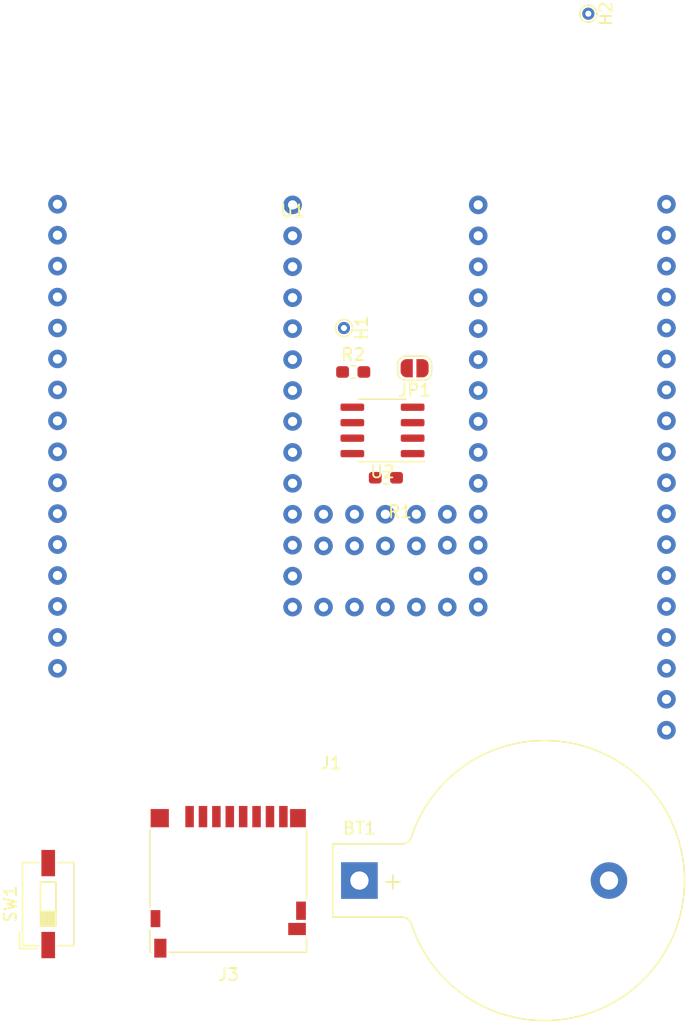
<source format=kicad_pcb>
(kicad_pcb (version 20171130) (host pcbnew "(5.1.4)-1")

  (general
    (thickness 1.6)
    (drawings 0)
    (tracks 0)
    (zones 0)
    (modules 11)
    (nets 48)
  )

  (page A4)
  (layers
    (0 F.Cu signal)
    (31 B.Cu signal)
    (32 B.Adhes user)
    (33 F.Adhes user)
    (34 B.Paste user)
    (35 F.Paste user)
    (36 B.SilkS user)
    (37 F.SilkS user)
    (38 B.Mask user)
    (39 F.Mask user)
    (40 Dwgs.User user)
    (41 Cmts.User user)
    (42 Eco1.User user)
    (43 Eco2.User user)
    (44 Edge.Cuts user)
    (45 Margin user)
    (46 B.CrtYd user)
    (47 F.CrtYd user hide)
    (48 B.Fab user)
    (49 F.Fab user hide)
  )

  (setup
    (last_trace_width 0.25)
    (trace_clearance 0.2)
    (zone_clearance 0.508)
    (zone_45_only no)
    (trace_min 0.2)
    (via_size 0.8)
    (via_drill 0.4)
    (via_min_size 0.4)
    (via_min_drill 0.3)
    (uvia_size 0.3)
    (uvia_drill 0.1)
    (uvias_allowed no)
    (uvia_min_size 0.2)
    (uvia_min_drill 0.1)
    (edge_width 0.1)
    (segment_width 0.2)
    (pcb_text_width 0.3)
    (pcb_text_size 1.5 1.5)
    (mod_edge_width 0.15)
    (mod_text_size 1 1)
    (mod_text_width 0.15)
    (pad_size 1.524 1.524)
    (pad_drill 0.762)
    (pad_to_mask_clearance 0)
    (aux_axis_origin 0 0)
    (visible_elements 7FFFFFFF)
    (pcbplotparams
      (layerselection 0x010fc_ffffffff)
      (usegerberextensions false)
      (usegerberattributes false)
      (usegerberadvancedattributes false)
      (creategerberjobfile false)
      (excludeedgelayer true)
      (linewidth 0.100000)
      (plotframeref false)
      (viasonmask false)
      (mode 1)
      (useauxorigin false)
      (hpglpennumber 1)
      (hpglpenspeed 20)
      (hpglpendiameter 15.000000)
      (psnegative false)
      (psa4output false)
      (plotreference true)
      (plotvalue true)
      (plotinvisibletext false)
      (padsonsilk false)
      (subtractmaskfromsilk false)
      (outputformat 1)
      (mirror false)
      (drillshape 1)
      (scaleselection 1)
      (outputdirectory ""))
  )

  (net 0 "")
  (net 1 Ground)
  (net 2 "Net-(R1-Pad2)")
  (net 3 "Net-(H1-Pad1)")
  (net 4 "Net-(JP1-Pad1)")
  (net 5 "Net-(H2-Pad1)")
  (net 6 VBAT)
  (net 7 GND_BATT)
  (net 8 3.3V)
  (net 9 ON_OFF)
  (net 10 23_CRX1)
  (net 11 Vinn_5V)
  (net 12 22_CTX1)
  (net 13 33_MCLK2)
  (net 14 32_OUT1B)
  (net 15 31_CTX3)
  (net 16 30_CRX3)
  (net 17 29_TX7)
  (net 18 28_RX7)
  (net 19 27_A13)
  (net 20 26_A12)
  (net 21 25_A11)
  (net 22 24_A10)
  (net 23 PROGRAMM)
  (net 24 3V3)
  (net 25 "13(LED)")
  (net 26 12_MISO)
  (net 27 14_A0)
  (net 28 11_MOSI)
  (net 29 15_A1)
  (net 30 10_CS)
  (net 31 16_A2)
  (net 32 9_OUT1C)
  (net 33 17_A3)
  (net 34 8_IN1)
  (net 35 18_A4)
  (net 36 7_RX2_OUT1A)
  (net 37 19_A5)
  (net 38 6_OUT1D)
  (net 39 20_A6)
  (net 40 5_IN2)
  (net 41 21_A7)
  (net 42 4_BCLK2)
  (net 43 3_LRCLK2)
  (net 44 2_OUT2)
  (net 45 1_TX1)
  (net 46 0_RX1)
  (net 47 GND_1)

  (net_class Default "This is the default net class."
    (clearance 0.2)
    (trace_width 0.25)
    (via_dia 0.8)
    (via_drill 0.4)
    (uvia_dia 0.3)
    (uvia_drill 0.1)
    (add_net 0_RX1)
    (add_net 10_CS)
    (add_net 11_MOSI)
    (add_net 12_MISO)
    (add_net "13(LED)")
    (add_net 14_A0)
    (add_net 15_A1)
    (add_net 16_A2)
    (add_net 17_A3)
    (add_net 18_A4)
    (add_net 19_A5)
    (add_net 1_TX1)
    (add_net 20_A6)
    (add_net 21_A7)
    (add_net 22_CTX1)
    (add_net 23_CRX1)
    (add_net 24_A10)
    (add_net 25_A11)
    (add_net 26_A12)
    (add_net 27_A13)
    (add_net 28_RX7)
    (add_net 29_TX7)
    (add_net 2_OUT2)
    (add_net 3.3V)
    (add_net 30_CRX3)
    (add_net 31_CTX3)
    (add_net 32_OUT1B)
    (add_net 33_MCLK2)
    (add_net 3V3)
    (add_net 3_LRCLK2)
    (add_net 4_BCLK2)
    (add_net 5_IN2)
    (add_net 6_OUT1D)
    (add_net 7_RX2_OUT1A)
    (add_net 8_IN1)
    (add_net 9_OUT1C)
    (add_net GND_1)
    (add_net GND_BATT)
    (add_net Ground)
    (add_net "Net-(H1-Pad1)")
    (add_net "Net-(H2-Pad1)")
    (add_net "Net-(J3-Pad1)")
    (add_net "Net-(J3-Pad3)")
    (add_net "Net-(JP1-Pad1)")
    (add_net "Net-(R1-Pad2)")
    (add_net "Net-(U2-Pad5)")
    (add_net ON_OFF)
    (add_net PROGRAMM)
    (add_net VBAT)
    (add_net Vinn_5V)
  )

  (module Teensy_Footprint_Library:PINS_IO_TEENSY (layer F.Cu) (tedit 5DD86BB1) (tstamp 5DD9522F)
    (at 125.5268 117.8052)
    (path /5DE58733)
    (fp_text reference J1 (at 4.6736 0.1524) (layer F.SilkS)
      (effects (font (size 1 1) (thickness 0.15)))
    )
    (fp_text value Conn_2Rows-34Pins (at 0 -0.5) (layer F.Fab)
      (effects (font (size 1 1) (thickness 0.15)))
    )
    (pad 42 thru_hole circle (at 32.22 -2.54) (size 1.524 1.524) (drill 0.762) (layers *.Cu *.Mask)
      (net 14 32_OUT1B))
    (pad 40 thru_hole circle (at 32.22 -5.08) (size 1.524 1.524) (drill 0.762) (layers *.Cu *.Mask)
      (net 16 30_CRX3))
    (pad 38 thru_hole circle (at 32.22 -7.62) (size 1.524 1.524) (drill 0.762) (layers *.Cu *.Mask)
      (net 18 28_RX7))
    (pad 41 thru_hole circle (at -17.78 -7.62) (size 1.524 1.524) (drill 0.762) (layers *.Cu *.Mask)
      (net 15 31_CTX3))
    (pad 36 thru_hole circle (at 32.22 -10.16) (size 1.524 1.524) (drill 0.762) (layers *.Cu *.Mask)
      (net 20 26_A12))
    (pad 39 thru_hole circle (at -17.78 -10.16) (size 1.524 1.524) (drill 0.762) (layers *.Cu *.Mask)
      (net 17 29_TX7))
    (pad 34 thru_hole circle (at 32.22 -12.7) (size 1.524 1.524) (drill 0.762) (layers *.Cu *.Mask)
      (net 22 24_A10))
    (pad 37 thru_hole circle (at -17.78 -12.7) (size 1.524 1.524) (drill 0.762) (layers *.Cu *.Mask)
      (net 19 27_A13))
    (pad 32 thru_hole circle (at 32.22 -15.24) (size 1.524 1.524) (drill 0.762) (layers *.Cu *.Mask)
      (net 23 PROGRAMM))
    (pad 35 thru_hole circle (at -17.78 -15.24) (size 1.524 1.524) (drill 0.762) (layers *.Cu *.Mask)
      (net 21 25_A11))
    (pad 28 thru_hole circle (at 32.22 -17.78) (size 1.524 1.524) (drill 0.762) (layers *.Cu *.Mask)
      (net 27 14_A0))
    (pad 31 thru_hole circle (at -17.78 -17.78) (size 1.524 1.524) (drill 0.762) (layers *.Cu *.Mask)
      (net 7 GND_BATT))
    (pad 26 thru_hole circle (at 32.22 -20.32) (size 1.524 1.524) (drill 0.762) (layers *.Cu *.Mask)
      (net 29 15_A1))
    (pad 21 thru_hole circle (at -17.78 -20.32) (size 1.524 1.524) (drill 0.762) (layers *.Cu *.Mask)
      (net 32 9_OUT1C))
    (pad 24 thru_hole circle (at 32.22 -22.86) (size 1.524 1.524) (drill 0.762) (layers *.Cu *.Mask)
      (net 31 16_A2))
    (pad 19 thru_hole circle (at -17.78 -22.86) (size 1.524 1.524) (drill 0.762) (layers *.Cu *.Mask)
      (net 34 8_IN1))
    (pad 22 thru_hole circle (at 32.22 -25.4) (size 1.524 1.524) (drill 0.762) (layers *.Cu *.Mask)
      (net 33 17_A3))
    (pad 17 thru_hole circle (at -17.78 -25.4) (size 1.524 1.524) (drill 0.762) (layers *.Cu *.Mask)
      (net 36 7_RX2_OUT1A))
    (pad 20 thru_hole circle (at 32.22 -27.94) (size 1.524 1.524) (drill 0.762) (layers *.Cu *.Mask)
      (net 35 18_A4))
    (pad 15 thru_hole circle (at -17.78 -27.94) (size 1.524 1.524) (drill 0.762) (layers *.Cu *.Mask)
      (net 38 6_OUT1D))
    (pad 18 thru_hole circle (at 32.22 -30.48) (size 1.524 1.524) (drill 0.762) (layers *.Cu *.Mask)
      (net 37 19_A5))
    (pad 13 thru_hole circle (at -17.78 -30.48) (size 1.524 1.524) (drill 0.762) (layers *.Cu *.Mask)
      (net 40 5_IN2))
    (pad 16 thru_hole circle (at 32.22 -33.02) (size 1.524 1.524) (drill 0.762) (layers *.Cu *.Mask)
      (net 39 20_A6))
    (pad 11 thru_hole circle (at -17.78 -33.02) (size 1.524 1.524) (drill 0.762) (layers *.Cu *.Mask)
      (net 42 4_BCLK2))
    (pad 14 thru_hole circle (at 32.22 -35.56) (size 1.524 1.524) (drill 0.762) (layers *.Cu *.Mask)
      (net 41 21_A7))
    (pad 9 thru_hole circle (at -17.78 -35.56) (size 1.524 1.524) (drill 0.762) (layers *.Cu *.Mask)
      (net 43 3_LRCLK2))
    (pad 12 thru_hole circle (at 32.22 -38.1) (size 1.524 1.524) (drill 0.762) (layers *.Cu *.Mask)
      (net 8 3.3V))
    (pad 7 thru_hole circle (at -17.78 -38.1) (size 1.524 1.524) (drill 0.762) (layers *.Cu *.Mask)
      (net 44 2_OUT2))
    (pad 6 thru_hole circle (at 32.22 -40.64) (size 1.524 1.524) (drill 0.762) (layers *.Cu *.Mask)
      (net 47 GND_1))
    (pad 5 thru_hole circle (at -17.78 -40.64) (size 1.524 1.524) (drill 0.762) (layers *.Cu *.Mask)
      (net 45 1_TX1))
    (pad 4 thru_hole circle (at 32.22 -43.18) (size 1.524 1.524) (drill 0.762) (layers *.Cu *.Mask)
      (net 11 Vinn_5V))
    (pad 3 thru_hole circle (at -17.78 -43.18) (size 1.524 1.524) (drill 0.762) (layers *.Cu *.Mask)
      (net 46 0_RX1))
    (pad 2 thru_hole circle (at 32.22 -45.72) (size 1.524 1.524) (drill 0.762) (layers *.Cu *.Mask)
      (net 13 33_MCLK2))
    (pad 1 thru_hole circle (at -17.78 -45.72) (size 1.524 1.524) (drill 0.762) (layers *.Cu *.Mask)
      (net 1 Ground))
  )

  (module Teensy_Footprint_Library:Teensy_40_footprint (layer F.Cu) (tedit 5DD85D6A) (tstamp 5DD936E8)
    (at 127.0508 72.136)
    (path /5DE5DBF9)
    (fp_text reference U1 (at 0 0.5) (layer F.SilkS)
      (effects (font (size 1 1) (thickness 0.15)))
    )
    (fp_text value Teensy_pins (at 0 -0.5) (layer F.Fab)
      (effects (font (size 1 1) (thickness 0.15)))
    )
    (pad 43 thru_hole circle (at 12.7 25.4) (size 1.524 1.524) (drill 0.762) (layers *.Cu *.Mask)
      (net 13 33_MCLK2))
    (pad 42 thru_hole circle (at 10.16 25.4) (size 1.524 1.524) (drill 0.762) (layers *.Cu *.Mask)
      (net 14 32_OUT1B))
    (pad 41 thru_hole circle (at 7.62 25.4) (size 1.524 1.524) (drill 0.762) (layers *.Cu *.Mask)
      (net 15 31_CTX3))
    (pad 40 thru_hole circle (at 5.08 25.4) (size 1.524 1.524) (drill 0.762) (layers *.Cu *.Mask)
      (net 16 30_CRX3))
    (pad 39 thru_hole circle (at 2.54 25.4) (size 1.524 1.524) (drill 0.762) (layers *.Cu *.Mask)
      (net 17 29_TX7))
    (pad 38 thru_hole circle (at 12.7 27.94) (size 1.524 1.524) (drill 0.762) (layers *.Cu *.Mask)
      (net 18 28_RX7))
    (pad 37 thru_hole circle (at 10.16 28) (size 1.524 1.524) (drill 0.762) (layers *.Cu *.Mask)
      (net 19 27_A13))
    (pad 36 thru_hole circle (at 7.62 28) (size 1.524 1.524) (drill 0.762) (layers *.Cu *.Mask)
      (net 20 26_A12))
    (pad 35 thru_hole circle (at 5.08 28) (size 1.524 1.524) (drill 0.762) (layers *.Cu *.Mask)
      (net 21 25_A11))
    (pad 34 thru_hole circle (at 2.54 28) (size 1.524 1.524) (drill 0.762) (layers *.Cu *.Mask)
      (net 22 24_A10))
    (pad 33 thru_hole circle (at 12.7 33.02) (size 1.524 1.524) (drill 0.762) (layers *.Cu *.Mask)
      (net 9 ON_OFF))
    (pad 32 thru_hole circle (at 10.16 33.02) (size 1.524 1.524) (drill 0.762) (layers *.Cu *.Mask)
      (net 23 PROGRAMM))
    (pad 31 thru_hole circle (at 7.62 33.02) (size 1.524 1.524) (drill 0.762) (layers *.Cu *.Mask)
      (net 7 GND_BATT))
    (pad 30 thru_hole circle (at 5.08 33.02) (size 1.524 1.524) (drill 0.762) (layers *.Cu *.Mask)
      (net 24 3V3))
    (pad 29 thru_hole circle (at 2.54 33.02) (size 1.524 1.524) (drill 0.762) (layers *.Cu *.Mask)
      (net 6 VBAT))
    (pad 28 thru_hole circle (at 15.24 33.02) (size 1.524 1.524) (drill 0.762) (layers *.Cu *.Mask)
      (net 25 "13(LED)"))
    (pad 27 thru_hole circle (at 0 33.02) (size 1.524 1.524) (drill 0.762) (layers *.Cu *.Mask)
      (net 26 12_MISO))
    (pad 26 thru_hole circle (at 15.24 30.48) (size 1.524 1.524) (drill 0.762) (layers *.Cu *.Mask)
      (net 27 14_A0))
    (pad 25 thru_hole circle (at 0 30.48) (size 1.524 1.524) (drill 0.762) (layers *.Cu *.Mask)
      (net 28 11_MOSI))
    (pad 24 thru_hole circle (at 15.24 27.94) (size 1.524 1.524) (drill 0.762) (layers *.Cu *.Mask)
      (net 29 15_A1))
    (pad 23 thru_hole circle (at 0 27.94) (size 1.524 1.524) (drill 0.762) (layers *.Cu *.Mask)
      (net 30 10_CS))
    (pad 22 thru_hole circle (at 15.24 25.4) (size 1.524 1.524) (drill 0.762) (layers *.Cu *.Mask)
      (net 31 16_A2))
    (pad 21 thru_hole circle (at 0 25.4) (size 1.524 1.524) (drill 0.762) (layers *.Cu *.Mask)
      (net 32 9_OUT1C))
    (pad 20 thru_hole circle (at 15.24 22.86) (size 1.524 1.524) (drill 0.762) (layers *.Cu *.Mask)
      (net 33 17_A3))
    (pad 19 thru_hole circle (at 0 22.86) (size 1.524 1.524) (drill 0.762) (layers *.Cu *.Mask)
      (net 34 8_IN1))
    (pad 18 thru_hole circle (at 15.24 20.32) (size 1.524 1.524) (drill 0.762) (layers *.Cu *.Mask)
      (net 35 18_A4))
    (pad 17 thru_hole circle (at 0 20.32) (size 1.524 1.524) (drill 0.762) (layers *.Cu *.Mask)
      (net 36 7_RX2_OUT1A))
    (pad 16 thru_hole circle (at 15.24 17.78) (size 1.524 1.524) (drill 0.762) (layers *.Cu *.Mask)
      (net 37 19_A5))
    (pad 15 thru_hole circle (at 0 17.78) (size 1.524 1.524) (drill 0.762) (layers *.Cu *.Mask)
      (net 38 6_OUT1D))
    (pad 14 thru_hole circle (at 15.24 15.24) (size 1.524 1.524) (drill 0.762) (layers *.Cu *.Mask)
      (net 39 20_A6))
    (pad 13 thru_hole circle (at 0 15.24) (size 1.524 1.524) (drill 0.762) (layers *.Cu *.Mask)
      (net 40 5_IN2))
    (pad 12 thru_hole circle (at 15.24 12.7) (size 1.524 1.524) (drill 0.762) (layers *.Cu *.Mask)
      (net 41 21_A7))
    (pad 11 thru_hole circle (at 0 12.7) (size 1.524 1.524) (drill 0.762) (layers *.Cu *.Mask)
      (net 42 4_BCLK2))
    (pad 10 thru_hole circle (at 15.24 10.16) (size 1.524 1.524) (drill 0.762) (layers *.Cu *.Mask)
      (net 12 22_CTX1))
    (pad 9 thru_hole circle (at 0 10.16) (size 1.524 1.524) (drill 0.762) (layers *.Cu *.Mask)
      (net 43 3_LRCLK2))
    (pad 8 thru_hole circle (at 15.24 7.62) (size 1.524 1.524) (drill 0.762) (layers *.Cu *.Mask)
      (net 10 23_CRX1))
    (pad 7 thru_hole circle (at 0 7.62) (size 1.524 1.524) (drill 0.762) (layers *.Cu *.Mask)
      (net 44 2_OUT2))
    (pad 6 thru_hole circle (at 15.24 5.08) (size 1.524 1.524) (drill 0.762) (layers *.Cu *.Mask)
      (net 8 3.3V))
    (pad 5 thru_hole circle (at 0 5.08) (size 1.524 1.524) (drill 0.762) (layers *.Cu *.Mask)
      (net 45 1_TX1))
    (pad 4 thru_hole circle (at 15.24 2.54) (size 1.524 1.524) (drill 0.762) (layers *.Cu *.Mask)
      (net 47 GND_1))
    (pad 3 thru_hole circle (at 0 2.54) (size 1.524 1.524) (drill 0.762) (layers *.Cu *.Mask)
      (net 46 0_RX1))
    (pad 2 thru_hole circle (at 15.24 0) (size 1.524 1.524) (drill 0.762) (layers *.Cu *.Mask)
      (net 11 Vinn_5V))
    (pad 1 thru_hole circle (at 0 0) (size 1.524 1.524) (drill 0.762) (layers *.Cu *.Mask)
      (net 1 Ground))
  )

  (module TestPoint:TestPoint_THTPad_D1.0mm_Drill0.5mm (layer F.Cu) (tedit 5A0F774F) (tstamp 5DD85F17)
    (at 151.3332 56.4388 270)
    (descr "THT pad as test Point, diameter 1.0mm, hole diameter 0.5mm")
    (tags "test point THT pad")
    (path /5DD3DCFC)
    (attr virtual)
    (fp_text reference H2 (at 0 -1.448 90) (layer F.SilkS)
      (effects (font (size 1 1) (thickness 0.15)))
    )
    (fp_text value CANL_out (at 0 1.55 90) (layer F.Fab)
      (effects (font (size 1 1) (thickness 0.15)))
    )
    (fp_circle (center 0 0) (end 0 0.7) (layer F.SilkS) (width 0.12))
    (fp_circle (center 0 0) (end 1 0) (layer F.CrtYd) (width 0.05))
    (fp_text user %R (at 0 -1.45 90) (layer F.Fab)
      (effects (font (size 1 1) (thickness 0.15)))
    )
    (pad 1 thru_hole circle (at 0 0 270) (size 1 1) (drill 0.5) (layers *.Cu *.Mask)
      (net 5 "Net-(H2-Pad1)"))
  )

  (module TestPoint:TestPoint_THTPad_D1.0mm_Drill0.5mm (layer F.Cu) (tedit 5A0F774F) (tstamp 5DD85F0F)
    (at 131.2672 82.2452 270)
    (descr "THT pad as test Point, diameter 1.0mm, hole diameter 0.5mm")
    (tags "test point THT pad")
    (path /5DD3C695)
    (attr virtual)
    (fp_text reference H1 (at 0 -1.448 90) (layer F.SilkS)
      (effects (font (size 1 1) (thickness 0.15)))
    )
    (fp_text value CANH_out (at 0 1.55 90) (layer F.Fab)
      (effects (font (size 1 1) (thickness 0.15)))
    )
    (fp_circle (center 0 0) (end 0 0.7) (layer F.SilkS) (width 0.12))
    (fp_circle (center 0 0) (end 1 0) (layer F.CrtYd) (width 0.05))
    (fp_text user %R (at 0 -1.45 90) (layer F.Fab)
      (effects (font (size 1 1) (thickness 0.15)))
    )
    (pad 1 thru_hole circle (at 0 0 270) (size 1 1) (drill 0.5) (layers *.Cu *.Mask)
      (net 3 "Net-(H1-Pad1)"))
  )

  (module Connector_Card:microSD_HC_Hirose_DM3D-SF (layer F.Cu) (tedit 5B82D16A) (tstamp 5DD860AE)
    (at 121.7676 127.7112 180)
    (descr "Micro SD, SMD, right-angle, push-pull (https://media.digikey.com/PDF/Data%20Sheets/Hirose%20PDFs/DM3D-SF.pdf)")
    (tags "Micro SD")
    (path /5DDB86C4)
    (attr smd)
    (fp_text reference J3 (at -0.025 -7.625) (layer F.SilkS)
      (effects (font (size 1 1) (thickness 0.15)))
    )
    (fp_text value Micro_SD_Card (at -0.025 6.975) (layer F.Fab)
      (effects (font (size 1 1) (thickness 0.15)))
    )
    (fp_arc (start 5.475 5.475) (end 5.475 5.725) (angle 90) (layer F.Fab) (width 0.1))
    (fp_arc (start 4.725 4.425) (end 4.725 3.925) (angle 90) (layer F.Fab) (width 0.1))
    (fp_arc (start -5.525 5.475) (end -5.275 5.475) (angle 90) (layer F.Fab) (width 0.1))
    (fp_arc (start -4.775 4.425) (end -5.275 4.425) (angle 90) (layer F.Fab) (width 0.1))
    (fp_arc (start -5.025 9.575) (end -5.025 10.075) (angle 90) (layer F.Fab) (width 0.1))
    (fp_arc (start 4.975 9.575) (end 5.475 9.575) (angle 90) (layer F.Fab) (width 0.1))
    (fp_line (start 6.325 -5.785) (end 6.435 -5.785) (layer F.SilkS) (width 0.12))
    (fp_line (start 0.525 -5.725) (end -1.975 -5.725) (layer Dwgs.User) (width 0.1))
    (fp_line (start 6.375 5.725) (end 6.375 -5.725) (layer F.Fab) (width 0.1))
    (fp_line (start 3.575 0.475) (end 3.575 -1.525) (layer Dwgs.User) (width 0.1))
    (fp_line (start 3.075 0.475) (end 3.575 -0.975) (layer Dwgs.User) (width 0.1))
    (fp_line (start 2.575 0.475) (end 3.275 -1.525) (layer Dwgs.User) (width 0.1))
    (fp_line (start 2.075 0.475) (end 2.775 -1.525) (layer Dwgs.User) (width 0.1))
    (fp_line (start 1.575 0.475) (end 2.275 -1.525) (layer Dwgs.User) (width 0.1))
    (fp_line (start 1.075 0.475) (end 1.775 -1.525) (layer Dwgs.User) (width 0.1))
    (fp_line (start 0.575 0.475) (end 1.275 -1.525) (layer Dwgs.User) (width 0.1))
    (fp_line (start 0.075 0.475) (end 0.775 -1.525) (layer Dwgs.User) (width 0.1))
    (fp_line (start -0.425 0.475) (end 0.275 -1.525) (layer Dwgs.User) (width 0.1))
    (fp_line (start -0.925 0.475) (end -0.225 -1.525) (layer Dwgs.User) (width 0.1))
    (fp_line (start -1.425 0.475) (end -0.725 -1.525) (layer Dwgs.User) (width 0.1))
    (fp_line (start -1.925 0.475) (end -1.225 -1.525) (layer Dwgs.User) (width 0.1))
    (fp_line (start -2.425 0.475) (end -1.725 -1.525) (layer Dwgs.User) (width 0.1))
    (fp_line (start -2.925 0.475) (end -2.225 -1.525) (layer Dwgs.User) (width 0.1))
    (fp_line (start -3.425 0.475) (end -2.725 -1.525) (layer Dwgs.User) (width 0.1))
    (fp_line (start -4.425 0.475) (end -3.725 -1.525) (layer Dwgs.User) (width 0.1))
    (fp_line (start -6.375 5.725) (end -6.375 -5.725) (layer F.Fab) (width 0.1))
    (fp_line (start -4.925 0.475) (end 3.575 0.475) (layer Dwgs.User) (width 0.1))
    (fp_line (start 0.525 -3.875) (end -1.975 -3.875) (layer Dwgs.User) (width 0.1))
    (fp_line (start -4.925 -1.525) (end 3.575 -1.525) (layer Dwgs.User) (width 0.1))
    (fp_line (start -6.92 -6.72) (end 6.88 -6.72) (layer F.CrtYd) (width 0.05))
    (fp_line (start 6.88 -6.72) (end 6.88 6.28) (layer F.CrtYd) (width 0.05))
    (fp_line (start 6.88 6.28) (end -6.92 6.28) (layer F.CrtYd) (width 0.05))
    (fp_line (start -6.92 6.28) (end -6.92 -6.72) (layer F.CrtYd) (width 0.05))
    (fp_line (start -4.925 -1.525) (end -4.925 0.475) (layer Dwgs.User) (width 0.1))
    (fp_line (start -4.925 0.475) (end -4.225 -1.525) (layer Dwgs.User) (width 0.1))
    (fp_line (start -4.225 -1.525) (end -3.725 -1.525) (layer Dwgs.User) (width 0.1))
    (fp_line (start -3.925 0.475) (end -3.225 -1.525) (layer Dwgs.User) (width 0.1))
    (fp_line (start -3.225 -1.525) (end -2.725 -1.525) (layer Dwgs.User) (width 0.1))
    (fp_line (start -6.375 -5.725) (end 6.375 -5.725) (layer F.Fab) (width 0.1))
    (fp_line (start -1.975 -5.725) (end -1.975 -3.875) (layer Dwgs.User) (width 0.1))
    (fp_line (start 0.525 -3.875) (end 0.525 -5.725) (layer Dwgs.User) (width 0.1))
    (fp_line (start -1.925 -3.875) (end -1.525 -5.725) (layer Dwgs.User) (width 0.1))
    (fp_line (start -1.025 -5.725) (end -1.525 -3.875) (layer Dwgs.User) (width 0.1))
    (fp_line (start -1.025 -3.875) (end -0.525 -5.725) (layer Dwgs.User) (width 0.1))
    (fp_line (start -0.025 -5.725) (end -0.525 -3.875) (layer Dwgs.User) (width 0.1))
    (fp_line (start -0.025 -3.875) (end 0.475 -5.725) (layer Dwgs.User) (width 0.1))
    (fp_line (start -5.525 -6.975) (end 4.175 -6.975) (layer F.Fab) (width 0.1))
    (fp_line (start 4.175 -5.725) (end 4.175 -6.975) (layer F.Fab) (width 0.1))
    (fp_line (start -5.525 -5.725) (end -5.525 -6.975) (layer F.Fab) (width 0.1))
    (fp_line (start -4.775 3.925) (end 4.725 3.925) (layer F.Fab) (width 0.1))
    (fp_line (start -6.375 5.725) (end -5.525 5.725) (layer F.Fab) (width 0.1))
    (fp_line (start -5.275 5.475) (end -5.275 4.425) (layer F.Fab) (width 0.1))
    (fp_line (start 5.225 5.475) (end 5.225 4.425) (layer F.Fab) (width 0.1))
    (fp_line (start 5.475 5.725) (end 6.375 5.725) (layer F.Fab) (width 0.1))
    (fp_line (start -5.525 5.725) (end -5.525 9.575) (layer F.Fab) (width 0.1))
    (fp_line (start -5.025 10.075) (end 4.975 10.075) (layer F.Fab) (width 0.1))
    (fp_line (start 5.475 9.575) (end 5.475 5.725) (layer F.Fab) (width 0.1))
    (fp_line (start -6.435 -4.625) (end -6.435 -5.785) (layer F.SilkS) (width 0.12))
    (fp_line (start -6.435 -5.785) (end 4.825 -5.785) (layer F.SilkS) (width 0.12))
    (fp_line (start 6.435 -5.785) (end 6.435 -3.975) (layer F.SilkS) (width 0.12))
    (fp_line (start -6.435 -1.375) (end -6.435 4.225) (layer F.SilkS) (width 0.12))
    (fp_line (start 6.435 -2.075) (end 6.435 4.225) (layer F.SilkS) (width 0.12))
    (fp_text user KEEPOUT (at -0.725 -4.8) (layer Cmts.User)
      (effects (font (size 0.4 0.4) (thickness 0.06)))
    )
    (fp_text user %R (at -0.025 1.475) (layer F.Fab)
      (effects (font (size 1 1) (thickness 0.1)))
    )
    (fp_text user KEEPOUT (at -0.275 -0.525) (layer Cmts.User)
      (effects (font (size 1 1) (thickness 0.1)))
    )
    (pad 10 smd rect (at 5.575 -5.45 180) (size 1 1.55) (layers F.Cu F.Paste F.Mask))
    (pad 11 smd rect (at 5.625 5.225 180) (size 1.5 1.5) (layers F.Cu F.Paste F.Mask))
    (pad 1 smd rect (at 3.175 5.35 180) (size 0.7 1.75) (layers F.Cu F.Paste F.Mask))
    (pad 2 smd rect (at 2.075 5.35 180) (size 0.7 1.75) (layers F.Cu F.Paste F.Mask)
      (net 30 10_CS))
    (pad 3 smd rect (at 0.975 5.35 180) (size 0.7 1.75) (layers F.Cu F.Paste F.Mask))
    (pad 4 smd rect (at -0.125 5.35 180) (size 0.7 1.75) (layers F.Cu F.Paste F.Mask)
      (net 24 3V3))
    (pad 5 smd rect (at -1.225 5.35 180) (size 0.7 1.75) (layers F.Cu F.Paste F.Mask)
      (net 25 "13(LED)"))
    (pad 6 smd rect (at -2.325 5.35 180) (size 0.7 1.75) (layers F.Cu F.Paste F.Mask)
      (net 1 Ground))
    (pad 7 smd rect (at -3.425 5.35 180) (size 0.7 1.75) (layers F.Cu F.Paste F.Mask)
      (net 28 11_MOSI))
    (pad 11 smd rect (at 5.975 -3.025 180) (size 0.8 1.4) (layers F.Cu F.Paste F.Mask))
    (pad 9 smd rect (at -5.65 -3.875 180) (size 1.45 1) (layers F.Cu F.Paste F.Mask)
      (net 1 Ground))
    (pad 11 smd rect (at -5.975 -2.375 180) (size 0.8 1.5) (layers F.Cu F.Paste F.Mask))
    (pad 11 smd rect (at -5.725 5.225 180) (size 1.3 1.5) (layers F.Cu F.Paste F.Mask))
    (pad 8 smd rect (at -4.525 5.35 180) (size 0.7 1.75) (layers F.Cu F.Paste F.Mask)
      (net 26 12_MISO))
    (model ${KISYS3DMOD}/Connector_Card.3dshapes/microSD_HC_Hirose_DM3D-SF.wrl
      (at (xyz 0 0 0))
      (scale (xyz 1 1 1))
      (rotate (xyz 0 0 0))
    )
  )

  (module Jumper:SolderJumper-2_P1.3mm_Open_RoundedPad1.0x1.5mm (layer F.Cu) (tedit 5B391E66) (tstamp 5DD85042)
    (at 137.0688 85.5472 180)
    (descr "SMD Solder Jumper, 1x1.5mm, rounded Pads, 0.3mm gap, open")
    (tags "solder jumper open")
    (path /5DCD8738)
    (attr virtual)
    (fp_text reference JP1 (at 0 -1.8) (layer F.SilkS)
      (effects (font (size 1 1) (thickness 0.15)))
    )
    (fp_text value SolderJumper_2_Open (at 0 1.9) (layer F.Fab)
      (effects (font (size 1 1) (thickness 0.15)))
    )
    (fp_line (start 1.65 1.25) (end -1.65 1.25) (layer F.CrtYd) (width 0.05))
    (fp_line (start 1.65 1.25) (end 1.65 -1.25) (layer F.CrtYd) (width 0.05))
    (fp_line (start -1.65 -1.25) (end -1.65 1.25) (layer F.CrtYd) (width 0.05))
    (fp_line (start -1.65 -1.25) (end 1.65 -1.25) (layer F.CrtYd) (width 0.05))
    (fp_line (start -0.7 -1) (end 0.7 -1) (layer F.SilkS) (width 0.12))
    (fp_line (start 1.4 -0.3) (end 1.4 0.3) (layer F.SilkS) (width 0.12))
    (fp_line (start 0.7 1) (end -0.7 1) (layer F.SilkS) (width 0.12))
    (fp_line (start -1.4 0.3) (end -1.4 -0.3) (layer F.SilkS) (width 0.12))
    (fp_arc (start -0.7 -0.3) (end -0.7 -1) (angle -90) (layer F.SilkS) (width 0.12))
    (fp_arc (start -0.7 0.3) (end -1.4 0.3) (angle -90) (layer F.SilkS) (width 0.12))
    (fp_arc (start 0.7 0.3) (end 0.7 1) (angle -90) (layer F.SilkS) (width 0.12))
    (fp_arc (start 0.7 -0.3) (end 1.4 -0.3) (angle -90) (layer F.SilkS) (width 0.12))
    (pad 2 smd custom (at 0.65 0 180) (size 1 0.5) (layers F.Cu F.Mask)
      (net 5 "Net-(H2-Pad1)") (zone_connect 2)
      (options (clearance outline) (anchor rect))
      (primitives
        (gr_circle (center 0 0.25) (end 0.5 0.25) (width 0))
        (gr_circle (center 0 -0.25) (end 0.5 -0.25) (width 0))
        (gr_poly (pts
           (xy 0 -0.75) (xy -0.5 -0.75) (xy -0.5 0.75) (xy 0 0.75)) (width 0))
      ))
    (pad 1 smd custom (at -0.65 0 180) (size 1 0.5) (layers F.Cu F.Mask)
      (net 4 "Net-(JP1-Pad1)") (zone_connect 2)
      (options (clearance outline) (anchor rect))
      (primitives
        (gr_circle (center 0 0.25) (end 0.5 0.25) (width 0))
        (gr_circle (center 0 -0.25) (end 0.5 -0.25) (width 0))
        (gr_poly (pts
           (xy 0 -0.75) (xy 0.5 -0.75) (xy 0.5 0.75) (xy 0 0.75)) (width 0))
      ))
  )

  (module Package_SO:SOIC-8_3.9x4.9mm_P1.27mm (layer F.Cu) (tedit 5C97300E) (tstamp 5DD95C86)
    (at 134.431 90.6526 180)
    (descr "SOIC, 8 Pin (JEDEC MS-012AA, https://www.analog.com/media/en/package-pcb-resources/package/pkg_pdf/soic_narrow-r/r_8.pdf), generated with kicad-footprint-generator ipc_gullwing_generator.py")
    (tags "SOIC SO")
    (path /5DCC7256)
    (attr smd)
    (fp_text reference U2 (at 0 -3.4) (layer F.SilkS)
      (effects (font (size 1 1) (thickness 0.15)))
    )
    (fp_text value MCP2551-I-SN (at 0 3.4) (layer F.Fab)
      (effects (font (size 1 1) (thickness 0.15)))
    )
    (fp_text user %R (at -0.361 -0.009167) (layer F.Fab)
      (effects (font (size 0.98 0.98) (thickness 0.15)))
    )
    (fp_line (start 3.7 -2.7) (end -3.7 -2.7) (layer F.CrtYd) (width 0.05))
    (fp_line (start 3.7 2.7) (end 3.7 -2.7) (layer F.CrtYd) (width 0.05))
    (fp_line (start -3.7 2.7) (end 3.7 2.7) (layer F.CrtYd) (width 0.05))
    (fp_line (start -3.7 -2.7) (end -3.7 2.7) (layer F.CrtYd) (width 0.05))
    (fp_line (start -1.95 -1.475) (end -0.975 -2.45) (layer F.Fab) (width 0.1))
    (fp_line (start -1.95 2.45) (end -1.95 -1.475) (layer F.Fab) (width 0.1))
    (fp_line (start 1.95 2.45) (end -1.95 2.45) (layer F.Fab) (width 0.1))
    (fp_line (start 1.95 -2.45) (end 1.95 2.45) (layer F.Fab) (width 0.1))
    (fp_line (start -0.975 -2.45) (end 1.95 -2.45) (layer F.Fab) (width 0.1))
    (fp_line (start 0 -2.56) (end -3.45 -2.56) (layer F.SilkS) (width 0.12))
    (fp_line (start 0 -2.56) (end 1.95 -2.56) (layer F.SilkS) (width 0.12))
    (fp_line (start 0 2.56) (end -1.95 2.56) (layer F.SilkS) (width 0.12))
    (fp_line (start 0 2.56) (end 1.95 2.56) (layer F.SilkS) (width 0.12))
    (pad 8 smd roundrect (at 2.475 -1.905 180) (size 1.95 0.6) (layers F.Cu F.Paste F.Mask) (roundrect_rratio 0.25)
      (net 2 "Net-(R1-Pad2)"))
    (pad 7 smd roundrect (at 2.475 -0.635 180) (size 1.95 0.6) (layers F.Cu F.Paste F.Mask) (roundrect_rratio 0.25)
      (net 3 "Net-(H1-Pad1)"))
    (pad 6 smd roundrect (at 2.475 0.635 180) (size 1.95 0.6) (layers F.Cu F.Paste F.Mask) (roundrect_rratio 0.25)
      (net 5 "Net-(H2-Pad1)"))
    (pad 5 smd roundrect (at 2.475 1.905 180) (size 1.95 0.6) (layers F.Cu F.Paste F.Mask) (roundrect_rratio 0.25))
    (pad 4 smd roundrect (at -2.475 1.905 180) (size 1.95 0.6) (layers F.Cu F.Paste F.Mask) (roundrect_rratio 0.25)
      (net 10 23_CRX1))
    (pad 3 smd roundrect (at -2.475 0.635 180) (size 1.95 0.6) (layers F.Cu F.Paste F.Mask) (roundrect_rratio 0.25)
      (net 11 Vinn_5V))
    (pad 2 smd roundrect (at -2.475 -0.635 180) (size 1.95 0.6) (layers F.Cu F.Paste F.Mask) (roundrect_rratio 0.25)
      (net 1 Ground))
    (pad 1 smd roundrect (at -2.475 -1.905 180) (size 1.95 0.6) (layers F.Cu F.Paste F.Mask) (roundrect_rratio 0.25)
      (net 12 22_CTX1))
    (model ${KISYS3DMOD}/Package_SO.3dshapes/SOIC-8_3.9x4.9mm_P1.27mm.wrl
      (at (xyz 0 0 0))
      (scale (xyz 1 1 1))
      (rotate (xyz 0 0 0))
    )
  )

  (module Button_Switch_SMD:SW_DIP_SPSTx01_Slide_6.7x4.1mm_W6.73mm_P2.54mm_LowProfile_JPin (layer F.Cu) (tedit 5A4E1404) (tstamp 5DD58B12)
    (at 106.9848 129.54 90)
    (descr "SMD 1x-dip-switch SPST , Slide, row spacing 6.73 mm (264 mils), body size 6.7x4.1mm (see e.g. https://www.ctscorp.com/wp-content/uploads/219.pdf), SMD, LowProfile, JPin")
    (tags "SMD DIP Switch SPST Slide 6.73mm 264mil SMD LowProfile JPin")
    (path /5DCEE60D)
    (attr smd)
    (fp_text reference SW1 (at 0 -3.11 90) (layer F.SilkS)
      (effects (font (size 1 1) (thickness 0.15)))
    )
    (fp_text value SW_SPST (at 0 3.11 90) (layer F.Fab)
      (effects (font (size 1 1) (thickness 0.15)))
    )
    (fp_text user on (at 0.8975 -1.3425 90) (layer F.Fab)
      (effects (font (size 0.6 0.6) (thickness 0.09)))
    )
    (fp_text user %R (at 2.58 0) (layer F.Fab)
      (effects (font (size 0.6 0.6) (thickness 0.09)))
    )
    (fp_line (start 4.7 -2.4) (end -4.7 -2.4) (layer F.CrtYd) (width 0.05))
    (fp_line (start 4.7 2.4) (end 4.7 -2.4) (layer F.CrtYd) (width 0.05))
    (fp_line (start -4.7 2.4) (end 4.7 2.4) (layer F.CrtYd) (width 0.05))
    (fp_line (start -4.7 -2.4) (end -4.7 2.4) (layer F.CrtYd) (width 0.05))
    (fp_line (start -0.603333 -0.635) (end -0.603333 0.635) (layer F.SilkS) (width 0.12))
    (fp_line (start -1.81 0.565) (end -0.603333 0.565) (layer F.SilkS) (width 0.12))
    (fp_line (start -1.81 0.445) (end -0.603333 0.445) (layer F.SilkS) (width 0.12))
    (fp_line (start -1.81 0.325) (end -0.603333 0.325) (layer F.SilkS) (width 0.12))
    (fp_line (start -1.81 0.205) (end -0.603333 0.205) (layer F.SilkS) (width 0.12))
    (fp_line (start -1.81 0.085) (end -0.603333 0.085) (layer F.SilkS) (width 0.12))
    (fp_line (start -1.81 -0.035) (end -0.603333 -0.035) (layer F.SilkS) (width 0.12))
    (fp_line (start -1.81 -0.155) (end -0.603333 -0.155) (layer F.SilkS) (width 0.12))
    (fp_line (start -1.81 -0.275) (end -0.603333 -0.275) (layer F.SilkS) (width 0.12))
    (fp_line (start -1.81 -0.395) (end -0.603333 -0.395) (layer F.SilkS) (width 0.12))
    (fp_line (start -1.81 -0.515) (end -0.603333 -0.515) (layer F.SilkS) (width 0.12))
    (fp_line (start 1.81 -0.635) (end -1.81 -0.635) (layer F.SilkS) (width 0.12))
    (fp_line (start 1.81 0.635) (end 1.81 -0.635) (layer F.SilkS) (width 0.12))
    (fp_line (start -1.81 0.635) (end 1.81 0.635) (layer F.SilkS) (width 0.12))
    (fp_line (start -1.81 -0.635) (end -1.81 0.635) (layer F.SilkS) (width 0.12))
    (fp_line (start -3.65 -2.35) (end -3.65 -0.967) (layer F.SilkS) (width 0.12))
    (fp_line (start -3.65 -2.35) (end -2.267 -2.35) (layer F.SilkS) (width 0.12))
    (fp_line (start 3.41 0.8) (end 3.41 2.11) (layer F.SilkS) (width 0.12))
    (fp_line (start 3.41 -2.11) (end 3.41 -0.8) (layer F.SilkS) (width 0.12))
    (fp_line (start -3.41 0.8) (end -3.41 2.11) (layer F.SilkS) (width 0.12))
    (fp_line (start -3.41 -2.11) (end -3.41 -0.8) (layer F.SilkS) (width 0.12))
    (fp_line (start -3.41 2.11) (end 3.41 2.11) (layer F.SilkS) (width 0.12))
    (fp_line (start -3.41 -2.11) (end 3.41 -2.11) (layer F.SilkS) (width 0.12))
    (fp_line (start -0.603333 -0.635) (end -0.603333 0.635) (layer F.Fab) (width 0.1))
    (fp_line (start -1.81 0.565) (end -0.603333 0.565) (layer F.Fab) (width 0.1))
    (fp_line (start -1.81 0.465) (end -0.603333 0.465) (layer F.Fab) (width 0.1))
    (fp_line (start -1.81 0.365) (end -0.603333 0.365) (layer F.Fab) (width 0.1))
    (fp_line (start -1.81 0.265) (end -0.603333 0.265) (layer F.Fab) (width 0.1))
    (fp_line (start -1.81 0.165) (end -0.603333 0.165) (layer F.Fab) (width 0.1))
    (fp_line (start -1.81 0.065) (end -0.603333 0.065) (layer F.Fab) (width 0.1))
    (fp_line (start -1.81 -0.035) (end -0.603333 -0.035) (layer F.Fab) (width 0.1))
    (fp_line (start -1.81 -0.135) (end -0.603333 -0.135) (layer F.Fab) (width 0.1))
    (fp_line (start -1.81 -0.235) (end -0.603333 -0.235) (layer F.Fab) (width 0.1))
    (fp_line (start -1.81 -0.335) (end -0.603333 -0.335) (layer F.Fab) (width 0.1))
    (fp_line (start -1.81 -0.435) (end -0.603333 -0.435) (layer F.Fab) (width 0.1))
    (fp_line (start -1.81 -0.535) (end -0.603333 -0.535) (layer F.Fab) (width 0.1))
    (fp_line (start 1.81 -0.635) (end -1.81 -0.635) (layer F.Fab) (width 0.1))
    (fp_line (start 1.81 0.635) (end 1.81 -0.635) (layer F.Fab) (width 0.1))
    (fp_line (start -1.81 0.635) (end 1.81 0.635) (layer F.Fab) (width 0.1))
    (fp_line (start -1.81 -0.635) (end -1.81 0.635) (layer F.Fab) (width 0.1))
    (fp_line (start -3.35 -1.05) (end -2.35 -2.05) (layer F.Fab) (width 0.1))
    (fp_line (start -3.35 2.05) (end -3.35 -1.05) (layer F.Fab) (width 0.1))
    (fp_line (start 3.35 2.05) (end -3.35 2.05) (layer F.Fab) (width 0.1))
    (fp_line (start 3.35 -2.05) (end 3.35 2.05) (layer F.Fab) (width 0.1))
    (fp_line (start -2.35 -2.05) (end 3.35 -2.05) (layer F.Fab) (width 0.1))
    (pad 2 smd rect (at 3.365 0 90) (size 2.16 1.12) (layers F.Cu F.Paste F.Mask)
      (net 9 ON_OFF))
    (pad 1 smd rect (at -3.365 0 90) (size 2.16 1.12) (layers F.Cu F.Paste F.Mask)
      (net 1 Ground))
    (model ${KISYS3DMOD}/Button_Switch_SMD.3dshapes/SW_DIP_SPSTx01_Slide_6.7x4.1mm_W6.73mm_P2.54mm_LowProfile_JPin.wrl
      (at (xyz 0 0 0))
      (scale (xyz 1 1 1))
      (rotate (xyz 0 0 90))
    )
  )

  (module Resistor_SMD:R_0603_1608Metric_Pad1.05x0.95mm_HandSolder (layer F.Cu) (tedit 5B301BBD) (tstamp 5DD58AD9)
    (at 132.0292 85.852)
    (descr "Resistor SMD 0603 (1608 Metric), square (rectangular) end terminal, IPC_7351 nominal with elongated pad for handsoldering. (Body size source: http://www.tortai-tech.com/upload/download/2011102023233369053.pdf), generated with kicad-footprint-generator")
    (tags "resistor handsolder")
    (path /5DCD94C5)
    (attr smd)
    (fp_text reference R2 (at 0 -1.43) (layer F.SilkS)
      (effects (font (size 1 1) (thickness 0.15)))
    )
    (fp_text value 120 (at 0 1.43) (layer F.Fab)
      (effects (font (size 1 1) (thickness 0.15)))
    )
    (fp_text user %R (at 0 0) (layer F.Fab)
      (effects (font (size 0.4 0.4) (thickness 0.06)))
    )
    (fp_line (start 1.65 0.73) (end -1.65 0.73) (layer F.CrtYd) (width 0.05))
    (fp_line (start 1.65 -0.73) (end 1.65 0.73) (layer F.CrtYd) (width 0.05))
    (fp_line (start -1.65 -0.73) (end 1.65 -0.73) (layer F.CrtYd) (width 0.05))
    (fp_line (start -1.65 0.73) (end -1.65 -0.73) (layer F.CrtYd) (width 0.05))
    (fp_line (start -0.171267 0.51) (end 0.171267 0.51) (layer F.SilkS) (width 0.12))
    (fp_line (start -0.171267 -0.51) (end 0.171267 -0.51) (layer F.SilkS) (width 0.12))
    (fp_line (start 0.8 0.4) (end -0.8 0.4) (layer F.Fab) (width 0.1))
    (fp_line (start 0.8 -0.4) (end 0.8 0.4) (layer F.Fab) (width 0.1))
    (fp_line (start -0.8 -0.4) (end 0.8 -0.4) (layer F.Fab) (width 0.1))
    (fp_line (start -0.8 0.4) (end -0.8 -0.4) (layer F.Fab) (width 0.1))
    (pad 2 smd roundrect (at 0.875 0) (size 1.05 0.95) (layers F.Cu F.Paste F.Mask) (roundrect_rratio 0.25)
      (net 4 "Net-(JP1-Pad1)"))
    (pad 1 smd roundrect (at -0.875 0) (size 1.05 0.95) (layers F.Cu F.Paste F.Mask) (roundrect_rratio 0.25)
      (net 3 "Net-(H1-Pad1)"))
    (model ${KISYS3DMOD}/Resistor_SMD.3dshapes/R_0603_1608Metric.wrl
      (at (xyz 0 0 0))
      (scale (xyz 1 1 1))
      (rotate (xyz 0 0 0))
    )
  )

  (module Resistor_SMD:R_0603_1608Metric_Pad1.05x0.95mm_HandSolder (layer F.Cu) (tedit 5B301BBD) (tstamp 5DD58AC8)
    (at 134.7102 94.5388 180)
    (descr "Resistor SMD 0603 (1608 Metric), square (rectangular) end terminal, IPC_7351 nominal with elongated pad for handsoldering. (Body size source: http://www.tortai-tech.com/upload/download/2011102023233369053.pdf), generated with kicad-footprint-generator")
    (tags "resistor handsolder")
    (path /5DCD48B9)
    (attr smd)
    (fp_text reference R1 (at -1.1684 -2.794) (layer F.SilkS)
      (effects (font (size 1 1) (thickness 0.15)))
    )
    (fp_text value 60 (at 0 1.43) (layer F.Fab)
      (effects (font (size 1 1) (thickness 0.15)))
    )
    (fp_text user %R (at 0 0) (layer F.Fab)
      (effects (font (size 0.4 0.4) (thickness 0.06)))
    )
    (fp_line (start 1.65 0.73) (end -1.65 0.73) (layer F.CrtYd) (width 0.05))
    (fp_line (start 1.65 -0.73) (end 1.65 0.73) (layer F.CrtYd) (width 0.05))
    (fp_line (start -1.65 -0.73) (end 1.65 -0.73) (layer F.CrtYd) (width 0.05))
    (fp_line (start -1.65 0.73) (end -1.65 -0.73) (layer F.CrtYd) (width 0.05))
    (fp_line (start -0.171267 0.51) (end 0.171267 0.51) (layer F.SilkS) (width 0.12))
    (fp_line (start -0.171267 -0.51) (end 0.171267 -0.51) (layer F.SilkS) (width 0.12))
    (fp_line (start 0.8 0.4) (end -0.8 0.4) (layer F.Fab) (width 0.1))
    (fp_line (start 0.8 -0.4) (end 0.8 0.4) (layer F.Fab) (width 0.1))
    (fp_line (start -0.8 -0.4) (end 0.8 -0.4) (layer F.Fab) (width 0.1))
    (fp_line (start -0.8 0.4) (end -0.8 -0.4) (layer F.Fab) (width 0.1))
    (pad 2 smd roundrect (at 0.875 0 180) (size 1.05 0.95) (layers F.Cu F.Paste F.Mask) (roundrect_rratio 0.25)
      (net 2 "Net-(R1-Pad2)"))
    (pad 1 smd roundrect (at -0.875 0 180) (size 1.05 0.95) (layers F.Cu F.Paste F.Mask) (roundrect_rratio 0.25)
      (net 1 Ground))
    (model ${KISYS3DMOD}/Resistor_SMD.3dshapes/R_0603_1608Metric.wrl
      (at (xyz 0 0 0))
      (scale (xyz 1 1 1))
      (rotate (xyz 0 0 0))
    )
  )

  (module Battery:BatteryHolder_Keystone_103_1x20mm (layer F.Cu) (tedit 5787C32C) (tstamp 5DD58A73)
    (at 132.5372 127.6096)
    (descr http://www.keyelco.com/product-pdf.cfm?p=719)
    (tags "Keystone type 103 battery holder")
    (path /5DCC30E4)
    (fp_text reference BT1 (at 0 -4.3) (layer F.SilkS)
      (effects (font (size 1 1) (thickness 0.15)))
    )
    (fp_text value "2.7V " (at 15 13) (layer F.Fab)
      (effects (font (size 1 1) (thickness 0.15)))
    )
    (fp_arc (start -1.7 -2.5) (end -2.1 -2.5) (angle 90) (layer F.Fab) (width 0.1))
    (fp_arc (start -1.7 2.5) (end -2.1 2.5) (angle -90) (layer F.Fab) (width 0.1))
    (fp_line (start 0 -1.3) (end 0 1.3) (layer F.Fab) (width 0.1))
    (fp_arc (start 16.2 0) (end 16.2 -1.3) (angle 180) (layer F.Fab) (width 0.1))
    (fp_arc (start 3.5 -3.8) (end 3.5 -2.9) (angle -70) (layer F.Fab) (width 0.1))
    (fp_line (start 16.2 -1.3) (end 0 -1.3) (layer F.Fab) (width 0.1))
    (fp_line (start 0 1.3) (end 16.2 1.3) (layer F.Fab) (width 0.1))
    (fp_line (start -2.1 -2.5) (end -2.1 2.5) (layer F.Fab) (width 0.1))
    (fp_line (start -1.7 2.9) (end 3.5306 2.9) (layer F.Fab) (width 0.1))
    (fp_line (start 3.5306 -2.9) (end -1.7 -2.9) (layer F.Fab) (width 0.1))
    (fp_arc (start 15.2 0) (end 5.2 -1.3) (angle 180) (layer F.Fab) (width 0.1))
    (fp_arc (start 15.2 0) (end 9 -1.3) (angle 170) (layer F.Fab) (width 0.1))
    (fp_arc (start 15.2 0) (end 13.3 -1.3) (angle 150) (layer F.Fab) (width 0.1))
    (fp_line (start 23.5712 -7.7216) (end 22.6314 -6.858) (layer F.Fab) (width 0.1))
    (fp_line (start 23.5712 7.7216) (end 22.6568 6.8834) (layer F.Fab) (width 0.1))
    (fp_arc (start 15.2 0) (end 13.3 1.3) (angle -150) (layer F.Fab) (width 0.1))
    (fp_arc (start 15.2 0) (end 9 1.3) (angle -170) (layer F.Fab) (width 0.1))
    (fp_line (start -2.2 3) (end 3.5 3) (layer F.SilkS) (width 0.12))
    (fp_line (start -2.2 3) (end -2.2 -3) (layer F.SilkS) (width 0.12))
    (fp_line (start -2.2 -3) (end 3.5 -3) (layer F.SilkS) (width 0.12))
    (fp_line (start -2.45 3.25) (end -2.45 -3.25) (layer F.CrtYd) (width 0.05))
    (fp_line (start -2.45 3.25) (end 3.5 3.25) (layer F.CrtYd) (width 0.05))
    (fp_line (start -2.45 -3.25) (end 3.5 -3.25) (layer F.CrtYd) (width 0.05))
    (fp_arc (start 15.2 0) (end 5.2 1.3) (angle -180) (layer F.Fab) (width 0.1))
    (fp_arc (start 15.2 0) (end 4.35 -3.5) (angle 162.5) (layer F.Fab) (width 0.1))
    (fp_arc (start 15.2 0) (end 4.35 3.5) (angle -162.5) (layer F.Fab) (width 0.1))
    (fp_arc (start 3.5 3.8) (end 3.5 2.9) (angle 70) (layer F.Fab) (width 0.1))
    (fp_arc (start 3.5 -3.8) (end 3.5 -3) (angle -70) (layer F.SilkS) (width 0.12))
    (fp_arc (start 15.2 0) (end 4.25 -3.5) (angle 162.5) (layer F.SilkS) (width 0.12))
    (fp_arc (start 3.5 3.8) (end 3.5 3) (angle 70) (layer F.SilkS) (width 0.12))
    (fp_arc (start 15.2 0) (end 4.25 3.5) (angle -162.5) (layer F.SilkS) (width 0.12))
    (fp_arc (start 3.5 -3.8) (end 3.5 -3.25) (angle -70) (layer F.CrtYd) (width 0.05))
    (fp_arc (start 3.5 3.8) (end 3.5 3.25) (angle 70) (layer F.CrtYd) (width 0.05))
    (fp_arc (start 15.2 0) (end 4.01 -3.6) (angle 162.5) (layer F.CrtYd) (width 0.05))
    (fp_arc (start 15.2 0) (end 4.01 3.6) (angle -162.5) (layer F.CrtYd) (width 0.05))
    (fp_text user %R (at 0 0) (layer F.Fab)
      (effects (font (size 1 1) (thickness 0.15)))
    )
    (fp_text user + (at 2.75 0) (layer F.SilkS)
      (effects (font (size 1.5 1.5) (thickness 0.15)))
    )
    (pad 1 thru_hole rect (at 0 0) (size 3 3) (drill 1.5) (layers *.Cu *.Mask)
      (net 6 VBAT))
    (pad 2 thru_hole circle (at 20.49 0) (size 3 3) (drill 1.5) (layers *.Cu *.Mask)
      (net 7 GND_BATT))
    (model ${KISYS3DMOD}/Battery.3dshapes/BatteryHolder_Keystone_103_1x20mm.wrl
      (at (xyz 0 0 0))
      (scale (xyz 1 1 1))
      (rotate (xyz 0 0 0))
    )
  )

)

</source>
